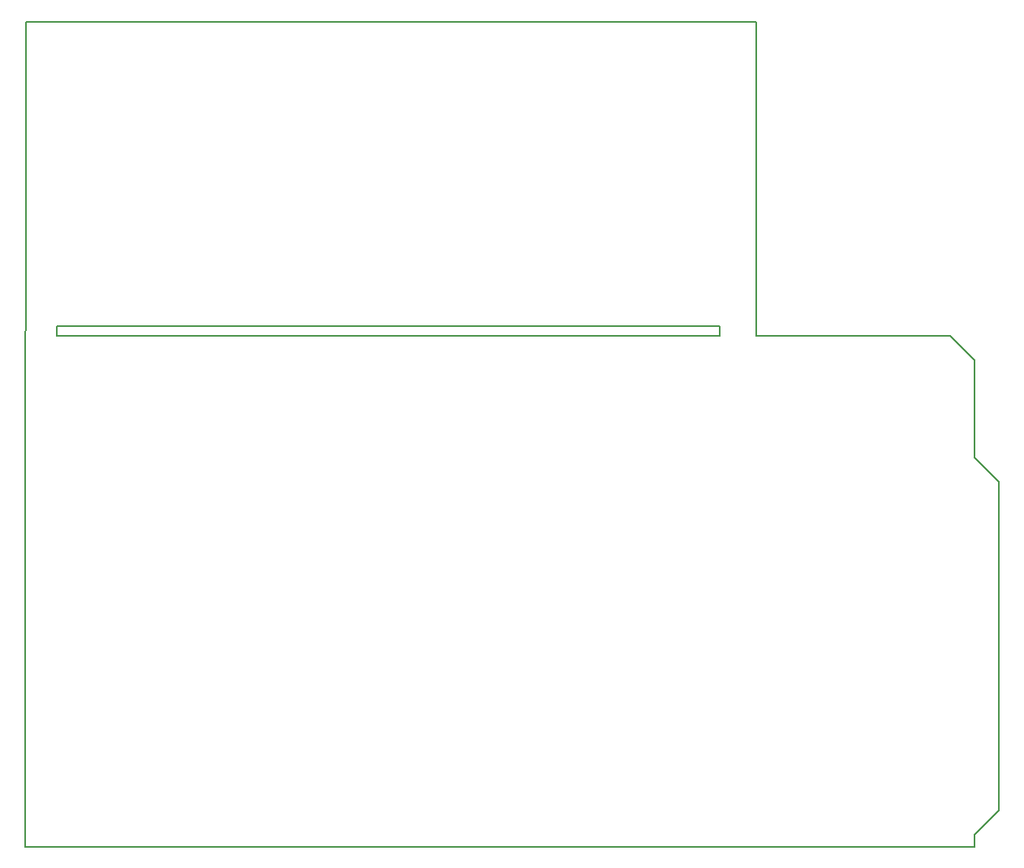
<source format=gbr>
G04 #@! TF.GenerationSoftware,KiCad,Pcbnew,5.1.4+dfsg1-1*
G04 #@! TF.CreationDate,2019-09-21T14:15:38+01:00*
G04 #@! TF.ProjectId,arduino_duo_shield,61726475-696e-46f5-9f64-756f5f736869,rev?*
G04 #@! TF.SameCoordinates,PX6296c50PY74079d0*
G04 #@! TF.FileFunction,Profile,NP*
%FSLAX46Y46*%
G04 Gerber Fmt 4.6, Leading zero omitted, Abs format (unit mm)*
G04 Created by KiCad (PCBNEW 5.1.4+dfsg1-1) date 2019-09-21 14:15:38*
%MOMM*%
%LPD*%
G04 APERTURE LIST*
%ADD10C,0.150000*%
G04 APERTURE END LIST*
D10*
X72517000Y54356000D02*
X72517000Y53340000D01*
X76327000Y54356000D02*
X76327000Y53340000D01*
X3302000Y54356000D02*
X3302000Y53340000D01*
X127000Y54356000D02*
X0Y53340000D01*
X3302000Y53340000D02*
X72517000Y53340000D01*
X76327000Y53340000D02*
X96520000Y53340000D01*
X127000Y54356000D02*
X127000Y86106000D01*
X72517000Y54356000D02*
X3302000Y54356000D01*
X76327000Y86106000D02*
X76327000Y54356000D01*
X127000Y86106000D02*
X76327000Y86106000D01*
X99060000Y0D02*
X0Y0D01*
X99060000Y1270000D02*
X99060000Y0D01*
X101600000Y3810000D02*
X99060000Y1270000D01*
X101600000Y38100000D02*
X101600000Y3810000D01*
X99060000Y40640000D02*
X101600000Y38100000D01*
X99060000Y50800000D02*
X99060000Y40640000D01*
X96520000Y53340000D02*
X99060000Y50800000D01*
X0Y0D02*
X0Y53340000D01*
M02*

</source>
